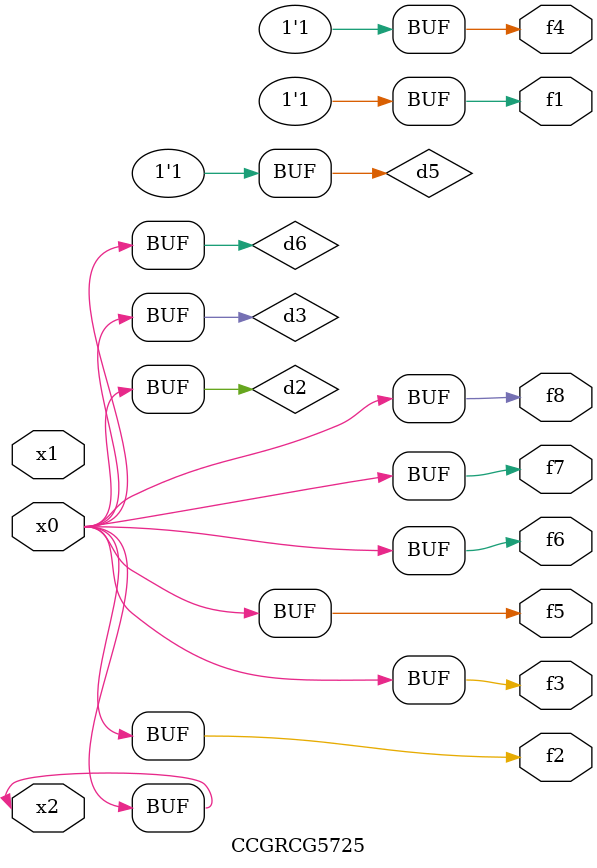
<source format=v>
module CCGRCG5725(
	input x0, x1, x2,
	output f1, f2, f3, f4, f5, f6, f7, f8
);

	wire d1, d2, d3, d4, d5, d6;

	xnor (d1, x2);
	buf (d2, x0, x2);
	and (d3, x0);
	xnor (d4, x1, x2);
	nand (d5, d1, d3);
	buf (d6, d2, d3);
	assign f1 = d5;
	assign f2 = d6;
	assign f3 = d6;
	assign f4 = d5;
	assign f5 = d6;
	assign f6 = d6;
	assign f7 = d6;
	assign f8 = d6;
endmodule

</source>
